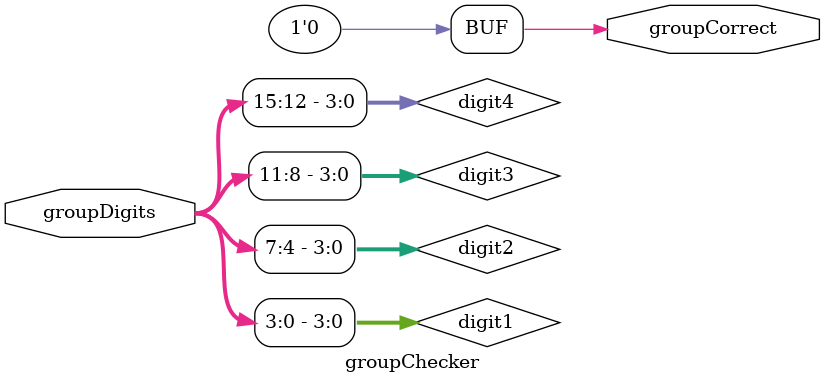
<source format=v>
module groupChecker(groupDigits, groupCorrect);
  // 16-bit word of inputs
  // Every 4 bits represents one digit in a group of 4 digits
  // E.g., if we're checking the row with values [1 2 3 4],
  // groupDigits would be 16'h1234
  input [15:0] groupDigits;

  // Output whether or not the group is "correct" (contains
  // exactly one of each number from 1-4 inclusive
  output groupCorrect = 1'b0;
  reg groupCorrect;

  // ~~~~~ Logic ~~~~~
  
  // Break off individual digits
  wire [3:0] digit1 = groupDigits[3:0];
  wire [3:0] digit2 = groupDigits[7:4];
  wire [3:0] digit3 = groupDigits[11:8];
  wire [3:0] digit4 = groupDigits[15:12];

  reg [3:0] groupDecoded = 4'b0000;
  
  wire [3:0] digit1Decoded;
  wire [3:0] digit2Decoded;
  wire [3:0] digit3Decoded;
  wire [3:0] digit4Decoded;
  
  digitDecoder digit1Check(digit1, digit1Decoded);
  digitDecoder digit2Check(digit2, digit2Decoded);
  digitDecoder digit3Check(digit3, digit3Decoded);
  digitDecoder digit4Check(digit4, digit4Decoded);

  always @ (groupDigits) begin
    groupDecoded = digit1Decoded | digit2Decoded | digit3Decoded | digit4Decoded;
    
    // Check if all digits were present
    if (groupDecoded == 4'b1111) begin
      // If so, group is correct
      groupCorrect = 1'b1;
    end
    else begin
      groupCorrect = 1'b0;
    end
  end
endmodule

</source>
